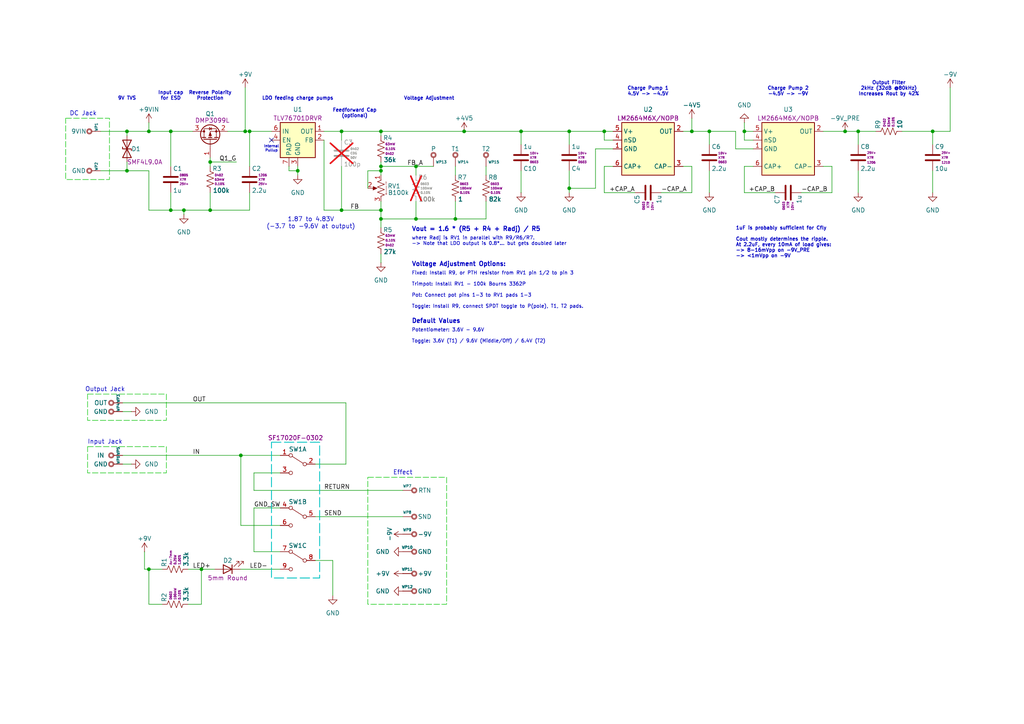
<source format=kicad_sch>
(kicad_sch (version 20250114) (generator "eeschema") (generator_version "9.0")
  (paper "A4")
  (rectangle (start 78.74 128.27) (end 92.71 167.64) (stroke (width 0.25) (type dash) (color 0 194 194 1)))
  (rectangle (start 25.4 129.54) (end 48.26 137.16) (stroke (width 0) (type dash) (color 0 194 0 1)))
  (rectangle (start 25.4 114.3) (end 48.26 121.92) (stroke (width 0) (type dash) (color 0 194 0 1)))
  (rectangle (start 19.05 34.29) (end 31.75 52.07) (stroke (width 0) (type dash) (color 0 194 0 1)))
  (rectangle (start 106.68 138.43) (end 129.54 175.26) (stroke (width 0) (type dash) (color 0 194 0 1)))
  (text "Default Values" (at 119.38 93.98 0) (effects (font (size 1.27 1.27) (thickness 0.254) (bold yes)) (justify left bottom)))
  (text "Voltage Adjustment" (at 124.46 29.21 0) (effects (font (size 1 1) (thickness 0.2) (bold yes)) (justify bottom)))
  (text "where Radj is RV1 in parallel with R9/R6/R7.\n-> Note that LDO output is 0.8*... but gets doubled later" (at 119.38 68.58 0) (effects (font (size 1 1)) (justify left top)))
  (text "Reverse Polarity\nProtection" (at 60.96 29.21 0) (effects (font (size 1 1) (thickness 0.2) (bold yes)) (justify bottom)))
  (text "Effect" (at 116.84 137.16 0) (effects (font (size 1.27 1.27))))
  (text "DC Jack" (at 24.13 33.02 0) (effects (font (size 1.27 1.27))))
  (text "Input cap\nfor ESD" (at 49.53 29.21 0) (effects (font (size 1 1) (thickness 0.2) (bold yes)) (justify bottom)))
  (text "Feedforward Cap\n(optional)" (at 102.87 34.29 0) (effects (font (size 1 1) (thickness 0.2) (bold yes)) (justify bottom)))
  (text "Voltage Adjustment Options:" (at 119.38 77.47 0) (effects (font (size 1.27 1.27) (thickness 0.254) (bold yes)) (justify left bottom)))
  (text "Fixed: Install R9, or PTH resistor from RV1 pin 1/2 to pin 3\n\nTrimpot: Install RV1 - 100k Bourns 3362P\n\nPot: Connect pot pins 1-3 to RV1 pads 1-3\n\nToggle: Install R9, connect SPDT toggle to P(pole), T1, T2 pads." (at 119.38 78.74 0) (effects (font (size 1 1)) (justify left top)))
  (text "Internal\nPullup" (at 78.74 43.18 0) (effects (font (size 0.75 0.75))))
  (text "9V TVS" (at 36.83 29.21 0) (effects (font (size 1 1) (thickness 0.2) (bold yes)) (justify bottom)))
  (text "1.87 to 4.83V\n(-3.7 to -9.6V at output)" (at 90.17 64.77 0) (effects (font (size 1.27 1.27))))
  (text "Vout = 1.6 * (R5 + R4 + Radj) / R5" (at 119.38 67.31 0) (effects (font (size 1.27 1.27) (thickness 0.254) (bold yes)) (justify left bottom)))
  (text "LDO feeding charge pumps" (at 86.36 29.21 0) (effects (font (size 1 1) (thickness 0.2) (bold yes)) (justify bottom)))
  (text "Charge Pump 1\n4.5V -> -4.5V" (at 187.96 27.94 0) (effects (font (size 1 1) (thickness 0.2) (bold yes)) (justify bottom)))
  (text "Output Filter\n2kHz (32dB @80kHz)\nIncreases Rout by 42%" (at 257.81 27.94 0) (effects (font (size 1 1) (thickness 0.2) (bold yes)) (justify bottom)))
  (text "Charge Pump 2\n-4.5V -> -9V" (at 228.6 27.94 0) (effects (font (size 1 1) (thickness 0.2) (bold yes)) (justify bottom)))
  (text "1uF is probably sufficient for Cfly\n\nCout mostly determines the ripple. \nAt 2.2uF, every 10mA of load gives:\n-> 8-16mVpp on -9V_PRE\n-> <1mVpp on -9V" (at 213.36 74.93 0) (effects (font (size 1 1) (thickness 0.2) (bold yes)) (justify left bottom)))
  (text "Potentiometer: 3.6V - 9.6V\n\nToggle: 3.6V (T1) / 9.6V (Middle/Off) / 6.4V (T2)" (at 119.38 95.25 0) (effects (font (size 1 1)) (justify left top)))
  (text "Output Jack" (at 30.48 113.03 0) (effects (font (size 1.27 1.27))))
  (text "Input Jack" (at 30.48 128.27 0) (effects (font (size 1.27 1.27))))
  (junction (at 132.08 63.5))
  (junction (at 245.11 38.1))
  (junction (at 205.74 38.1))
  (junction (at 151.13 38.1))
  (junction (at 110.49 48.26))
  (junction (at 53.34 60.96))
  (junction (at 110.49 49.53))
  (junction (at 43.18 38.1))
  (junction (at 270.51 38.1))
  (junction (at 58.42 165.1))
  (junction (at 71.12 38.1))
  (junction (at 120.65 48.26))
  (junction (at 110.49 63.5))
  (junction (at 49.53 60.96))
  (junction (at 60.96 60.96))
  (junction (at 60.96 46.99))
  (junction (at 49.53 38.1))
  (junction (at 200.66 38.1))
  (junction (at 175.26 38.1))
  (junction (at 99.06 38.1))
  (junction (at 72.39 38.1))
  (junction (at 134.62 38.1))
  (junction (at 86.36 49.53))
  (junction (at 36.83 38.1))
  (junction (at 43.18 165.1))
  (junction (at 215.9 38.1))
  (junction (at 165.1 38.1))
  (junction (at 110.49 60.96))
  (junction (at 248.92 38.1))
  (junction (at 165.1 54.61))
  (junction (at 120.65 63.5))
  (junction (at 110.49 38.1))
  (junction (at 36.83 49.53))
  (junction (at 99.06 60.96))
  (junction (at 69.85 132.08))
  (no_connect (at 78.74 40.64))
  (wire (pts (xy 205.74 41.91) (xy 205.74 38.1)))
  (wire (pts (xy 200.66 48.26) (xy 198.12 48.26)))
  (wire (pts (xy 175.26 40.64) (xy 175.26 38.1)))
  (wire (pts (xy 71.12 25.4) (xy 71.12 38.1)))
  (wire (pts (xy 93.98 38.1) (xy 99.06 38.1)))
  (wire (pts (xy 132.08 48.26) (xy 132.08 50.8)))
  (wire (pts (xy 60.96 45.72) (xy 60.96 46.99)))
  (wire (pts (xy 54.61 175.26) (xy 58.42 175.26)))
  (wire (pts (xy 41.91 165.1) (xy 43.18 165.1)))
  (wire (pts (xy 120.65 58.42) (xy 120.65 63.5)))
  (wire (pts (xy 43.18 49.53) (xy 43.18 60.96)))
  (wire (pts (xy 110.49 63.5) (xy 110.49 66.04)))
  (wire (pts (xy 125.73 48.26) (xy 120.65 48.26)))
  (wire (pts (xy 73.66 147.32) (xy 81.28 147.32)))
  (wire (pts (xy 241.3 48.26) (xy 241.3 55.88)))
  (wire (pts (xy 132.08 63.5) (xy 140.97 63.5)))
  (wire (pts (xy 46.99 175.26) (xy 43.18 175.26)))
  (wire (pts (xy 69.85 152.4) (xy 69.85 132.08)))
  (wire (pts (xy 73.66 160.02) (xy 73.66 147.32)))
  (wire (pts (xy 110.49 50.8) (xy 110.49 49.53)))
  (wire (pts (xy 81.28 152.4) (xy 69.85 152.4)))
  (wire (pts (xy 238.76 38.1) (xy 245.11 38.1)))
  (wire (pts (xy 58.42 175.26) (xy 58.42 165.1)))
  (wire (pts (xy 83.82 48.26) (xy 83.82 49.53)))
  (wire (pts (xy 49.53 38.1) (xy 55.88 38.1)))
  (wire (pts (xy 165.1 49.53) (xy 165.1 54.61)))
  (wire (pts (xy 175.26 48.26) (xy 175.26 55.88)))
  (wire (pts (xy 72.39 60.96) (xy 60.96 60.96)))
  (wire (pts (xy 53.34 60.96) (xy 53.34 62.23)))
  (wire (pts (xy 96.52 162.56) (xy 96.52 172.72)))
  (wire (pts (xy 35.56 132.08) (xy 69.85 132.08)))
  (wire (pts (xy 93.98 40.64) (xy 93.98 60.96)))
  (wire (pts (xy 43.18 38.1) (xy 49.53 38.1)))
  (wire (pts (xy 72.39 55.88) (xy 72.39 60.96)))
  (wire (pts (xy 41.91 160.02) (xy 41.91 165.1)))
  (wire (pts (xy 270.51 38.1) (xy 270.51 41.91)))
  (wire (pts (xy 165.1 41.91) (xy 165.1 38.1)))
  (wire (pts (xy 106.68 49.53) (xy 110.49 49.53)))
  (wire (pts (xy 215.9 40.64) (xy 215.9 38.1)))
  (wire (pts (xy 200.66 38.1) (xy 198.12 38.1)))
  (wire (pts (xy 29.21 49.53) (xy 36.83 49.53)))
  (wire (pts (xy 69.85 132.08) (xy 81.28 132.08)))
  (wire (pts (xy 120.65 48.26) (xy 110.49 48.26)))
  (wire (pts (xy 49.53 55.88) (xy 49.53 60.96)))
  (wire (pts (xy 270.51 49.53) (xy 270.51 55.88)))
  (wire (pts (xy 60.96 46.99) (xy 60.96 48.26)))
  (wire (pts (xy 81.28 160.02) (xy 73.66 160.02)))
  (wire (pts (xy 215.9 38.1) (xy 218.44 38.1)))
  (wire (pts (xy 110.49 60.96) (xy 110.49 63.5)))
  (wire (pts (xy 110.49 38.1) (xy 134.62 38.1)))
  (wire (pts (xy 184.15 55.88) (xy 175.26 55.88)))
  (wire (pts (xy 73.66 137.16) (xy 81.28 137.16)))
  (wire (pts (xy 165.1 54.61) (xy 165.1 55.88)))
  (wire (pts (xy 120.65 48.26) (xy 120.65 50.8)))
  (wire (pts (xy 99.06 38.1) (xy 99.06 40.64)))
  (wire (pts (xy 175.26 48.26) (xy 177.8 48.26)))
  (wire (pts (xy 35.56 116.84) (xy 100.33 116.84)))
  (wire (pts (xy 215.9 40.64) (xy 218.44 40.64)))
  (wire (pts (xy 200.66 48.26) (xy 200.66 55.88)))
  (wire (pts (xy 120.65 63.5) (xy 132.08 63.5)))
  (wire (pts (xy 248.92 38.1) (xy 254 38.1)))
  (wire (pts (xy 106.68 54.61) (xy 106.68 49.53)))
  (wire (pts (xy 116.84 142.24) (xy 73.66 142.24)))
  (wire (pts (xy 151.13 41.91) (xy 151.13 38.1)))
  (wire (pts (xy 275.59 38.1) (xy 270.51 38.1)))
  (wire (pts (xy 43.18 60.96) (xy 49.53 60.96)))
  (wire (pts (xy 205.74 38.1) (xy 213.36 38.1)))
  (wire (pts (xy 99.06 60.96) (xy 110.49 60.96)))
  (wire (pts (xy 140.97 58.42) (xy 140.97 63.5)))
  (wire (pts (xy 58.42 165.1) (xy 62.23 165.1)))
  (wire (pts (xy 72.39 38.1) (xy 72.39 48.26)))
  (wire (pts (xy 91.44 149.86) (xy 116.84 149.86)))
  (wire (pts (xy 215.9 48.26) (xy 215.9 55.88)))
  (wire (pts (xy 151.13 49.53) (xy 151.13 55.88)))
  (wire (pts (xy 151.13 38.1) (xy 165.1 38.1)))
  (wire (pts (xy 110.49 46.99) (xy 110.49 48.26)))
  (wire (pts (xy 213.36 43.18) (xy 218.44 43.18)))
  (wire (pts (xy 177.8 43.18) (xy 172.72 43.18)))
  (wire (pts (xy 248.92 38.1) (xy 248.92 41.91)))
  (wire (pts (xy 43.18 35.56) (xy 43.18 38.1)))
  (wire (pts (xy 248.92 49.53) (xy 248.92 55.88)))
  (wire (pts (xy 132.08 58.42) (xy 132.08 63.5)))
  (wire (pts (xy 275.59 25.4) (xy 275.59 38.1)))
  (wire (pts (xy 91.44 162.56) (xy 96.52 162.56)))
  (wire (pts (xy 110.49 38.1) (xy 110.49 39.37)))
  (wire (pts (xy 215.9 48.26) (xy 218.44 48.26)))
  (wire (pts (xy 140.97 48.26) (xy 140.97 50.8)))
  (wire (pts (xy 200.66 34.29) (xy 200.66 38.1)))
  (wire (pts (xy 35.56 134.62) (xy 38.1 134.62)))
  (wire (pts (xy 215.9 55.88) (xy 224.79 55.88)))
  (wire (pts (xy 245.11 38.1) (xy 248.92 38.1)))
  (wire (pts (xy 134.62 38.1) (xy 151.13 38.1)))
  (wire (pts (xy 36.83 38.1) (xy 43.18 38.1)))
  (wire (pts (xy 100.33 116.84) (xy 100.33 134.62)))
  (wire (pts (xy 69.85 165.1) (xy 81.28 165.1)))
  (wire (pts (xy 43.18 165.1) (xy 46.99 165.1)))
  (wire (pts (xy 53.34 60.96) (xy 60.96 60.96)))
  (wire (pts (xy 99.06 48.26) (xy 99.06 60.96)))
  (wire (pts (xy 110.49 63.5) (xy 120.65 63.5)))
  (wire (pts (xy 83.82 49.53) (xy 86.36 49.53)))
  (wire (pts (xy 165.1 38.1) (xy 175.26 38.1)))
  (wire (pts (xy 43.18 175.26) (xy 43.18 165.1)))
  (wire (pts (xy 36.83 49.53) (xy 43.18 49.53)))
  (wire (pts (xy 60.96 55.88) (xy 60.96 60.96)))
  (wire (pts (xy 66.04 38.1) (xy 71.12 38.1)))
  (wire (pts (xy 205.74 49.53) (xy 205.74 55.88)))
  (wire (pts (xy 177.8 40.64) (xy 175.26 40.64)))
  (wire (pts (xy 71.12 38.1) (xy 72.39 38.1)))
  (wire (pts (xy 241.3 48.26) (xy 238.76 48.26)))
  (wire (pts (xy 110.49 58.42) (xy 110.49 60.96)))
  (wire (pts (xy 110.49 48.26) (xy 110.49 49.53)))
  (wire (pts (xy 86.36 48.26) (xy 86.36 49.53)))
  (wire (pts (xy 86.36 49.53) (xy 86.36 50.8)))
  (wire (pts (xy 36.83 49.53) (xy 36.83 46.99)))
  (wire (pts (xy 29.21 38.1) (xy 36.83 38.1)))
  (wire (pts (xy 49.53 48.26) (xy 49.53 38.1)))
  (wire (pts (xy 200.66 38.1) (xy 205.74 38.1)))
  (wire (pts (xy 175.26 38.1) (xy 177.8 38.1)))
  (wire (pts (xy 100.33 134.62) (xy 91.44 134.62)))
  (wire (pts (xy 99.06 38.1) (xy 110.49 38.1)))
  (wire (pts (xy 110.49 73.66) (xy 110.49 76.2)))
  (wire (pts (xy 38.1 119.38) (xy 35.56 119.38)))
  (wire (pts (xy 213.36 38.1) (xy 213.36 43.18)))
  (wire (pts (xy 54.61 165.1) (xy 58.42 165.1)))
  (wire (pts (xy 93.98 60.96) (xy 99.06 60.96)))
  (wire (pts (xy 36.83 39.37) (xy 36.83 38.1)))
  (wire (pts (xy 73.66 142.24) (xy 73.66 137.16)))
  (wire (pts (xy 191.77 55.88) (xy 200.66 55.88)))
  (wire (pts (xy 232.41 55.88) (xy 241.3 55.88)))
  (wire (pts (xy 60.96 46.99) (xy 68.58 46.99)))
  (wire (pts (xy 172.72 43.18) (xy 172.72 54.61)))
  (wire (pts (xy 72.39 38.1) (xy 78.74 38.1)))
  (wire (pts (xy 215.9 35.56) (xy 215.9 38.1)))
  (wire (pts (xy 261.62 38.1) (xy 270.51 38.1)))
  (wire (pts (xy 172.72 54.61) (xy 165.1 54.61)))
  (wire (pts (xy 49.53 60.96) (xy 53.34 60.96)))
  (label "FB_A" (at 118.11 48.26 0))
  (label "+CAP_B" (at 224.79 55.88 180))
  (label "LED+" (at 55.88 165.1 0))
  (label "LED-" (at 72.39 165.1 0))
  (label "OUT" (at 55.88 116.84 0))
  (label "RETURN" (at 93.98 142.24 0))
  (label "FB" (at 101.6 60.96 0))
  (label "-CAP_B" (at 232.41 55.88 0))
  (label "GND_SW" (at 73.66 147.32 0))
  (label "IN" (at 55.88 132.08 0))
  (label "Q1_G" (at 68.58 46.99 180))
  (label "-CAP_A" (at 191.77 55.88 0))
  (label "SEND" (at 93.98 149.86 0))
  (label "+CAP_A" (at 184.15 55.88 180))
  (symbol (lib_id "#gplm:tvs/TVS-1001-09B0") (at 36.83 43.18 270) (unit 1)
    (property "Reference" "D1" (at 38.1 43.18 90) (effects (justify left)))
    (property "Value" "SMF4L9.0A" (effects (hide yes)))
    (property "Footprint" "Diode_SMD:D_SOD-123F" (effects (hide yes)))
    (property "Datasheet" "https://www.littelfuse.com/assetdocs/tvs-diodes-smf4l-datasheet?assetguid=d2ba8fab-1de3-4176-8530-f36ecb0b8799" (effects (hide yes)))
    (property "Description" "TVS DIODE 9VWM 15.4VC SOD123F" (effects (hide yes)))
    (property "IPN" "TVS-1001-09B0" (effects (hide yes)))
    (property "Manufacturer" "Littelfuse Inc." (effects (hide yes)))
    (property "MPN" "SMF4L9.0A" (at 36.83 46.99 90) (effects (justify left)))
  )
  (symbol (lib_id "#gplm:art/ART-1001-0P95") (at 132.08 48.26 0) (unit 1) (in_bom no)
    (property "Reference" "WP14" (at 132.715 46.99 0) (effects (font (size 0.762 0.762)) (justify left)))
    (property "Value" "T1" (at 132.08 43.18 0))
    (property "Footprint" "g-art:WirePad_H0.95mm_22-24AWG" (effects (hide yes)))
    (property "Description" "Wire pad, TH, 0.95mm hole, for 22-24AWG" (effects (hide yes)))
    (property "IPN" "ART-1001-0P95" (effects (hide yes)))
  )
  (symbol (lib_id "#gplm:cap/CAP-4112-010U") (at 270.51 45.72 0) (unit 1)
    (property "Reference" "C9" (at 271.145 42.545 0) (effects (justify left)))
    (property "Value" "10u" (at 271.145 48.895 0) (effects (justify left)))
    (property "Footprint" "Capacitor_SMD:C_1210_3225Metric" (effects (hide yes)))
    (property "Datasheet" "https://content.kemet.com/datasheets/KEM_C1002_X7R_SMD.pdf" (effects (hide yes)))
    (property "Description" "CAP SMD 10uF 1210 25V+ X7R" (effects (hide yes)))
    (property "IPN" "CAP-4112-010U" (effects (hide yes)))
    (property "Manufacturer" "Kemet" (effects (hide yes)))
    (property "MPN" "C1210C106K3RACTU" (effects (hide yes)))
    (property "Capacitance" "10u" (effects (hide yes)))
    (property "Voltage" "25V+" (at 273.05 44.3174 0) (effects (font (size 0.635 0.635)) (justify left)))
    (property "Material" "X7R" (at 273.05 45.72 0) (effects (font (size 0.635 0.635)) (justify left)))
    (property "Tolerance" "10%" (effects (hide yes)))
    (property "Package/Case" "1210" (at 273.05 47.1226 0) (effects (font (size 0.635 0.635)) (justify left)))
  )
  (symbol (lib_id "#gplm:art/ART-1001-0P95") (at 35.56 119.38 90) (unit 1) (in_bom no)
    (property "Reference" "WP4" (at 34.29 118.11 0) (effects (font (size 0.762 0.762))))
    (property "Value" "GND" (at 29.21 119.38 90))
    (property "Footprint" "g-art:WirePad_H0.95mm_22-24AWG" (effects (hide yes)))
    (property "Description" "Wire pad, TH, 0.95mm hole, for 22-24AWG" (effects (hide yes)))
    (property "IPN" "ART-1001-0P95" (effects (hide yes)))
  )
  (symbol (lib_id "#gplm:art/ART-1001-0P95") (at 29.21 49.53 90) (unit 1) (in_bom no)
    (property "Reference" "WP2" (at 27.94 48.26 0) (effects (font (size 0.762 0.762))))
    (property "Value" "GND" (at 22.86 49.53 90))
    (property "Footprint" "g-art:WirePad_H0.95mm_22-24AWG" (effects (hide yes)))
    (property "Description" "Wire pad, TH, 0.95mm hole, for 22-24AWG" (effects (hide yes)))
    (property "IPN" "ART-1001-0P95" (effects (hide yes)))
  )
  (symbol (lib_id "power:GND") (at 151.13 55.88 0) (unit 1)
    (property "Reference" "#PWR023" (effects (hide yes)))
    (property "Value" "GND" (at 151.13 60.96 0))
    (property "Description" "Power symbol creates a global label with name \"GND\" , ground" (effects (hide yes)))
  )
  (symbol (lib_id "#gplm:res/RES-2002-100K") (at 60.96 52.07 0) (unit 1)
    (property "Reference" "R3" (at 61.595 48.895 0) (effects (justify left)))
    (property "Value" "100k" (at 61.595 55.245 0) (effects (font (thickness 0.254) (bold yes)) (justify left)))
    (property "Footprint" "Resistor_SMD:R_0402_1005Metric" (effects (hide yes)))
    (property "Datasheet" "https://www.yageo.com/upload/media/product/app/datasheet/rchip/pyu-rt_1-to-0.01_rohs_l.pdf" (effects (hide yes)))
    (property "Description" "RES SMD 0402 100 KOHM 63mW Thin Film" (effects (hide yes)))
    (property "IPN" "RES-2002-100K" (effects (hide yes)))
    (property "Manufacturer" "Yageo" (effects (hide yes)))
    (property "MPN" "RT0402BRD07100KL" (effects (hide yes)))
    (property "Resistance" "100k" (effects (hide yes)))
    (property "Power" "63mW" (at 62.23 52.07 0) (effects (font (size 0.635 0.635)) (justify left)))
    (property "Tolerance" "0.10%" (at 62.23 53.34 0) (effects (font (size 0.635 0.635)) (justify left)))
    (property "Package/Case" "0402" (at 62.23 50.8 0) (effects (font (size 0.635 0.635)) (justify left)))
    (property "Voltage" "50V" (effects (hide yes)))
    (property "Composition" "Thin Film" (effects (hide yes)))
    (property "Temp Coefficient" "25ppm" (effects (hide yes)))
    (property "Height" "0.35mm" (effects (hide yes)))
  )
  (symbol (lib_id "#gplm:res/RES-2002-010R") (at 257.81 38.1 90) (unit 1)
    (property "Reference" "R9" (at 254.635 37.465 0) (effects (justify left)))
    (property "Value" "10" (at 260.985 37.465 0) (effects (font (thickness 0.254) (bold yes)) (justify left)))
    (property "Footprint" "Resistor_SMD:R_0402_1005Metric" (effects (hide yes)))
    (property "Datasheet" "https://www.yageo.com/upload/media/product/app/datasheet/rchip/pyu-rt_1-to-0.01_rohs_l.pdf" (effects (hide yes)))
    (property "Description" "RES SMD 0402 10 OHM 63mW Thin Film" (effects (hide yes)))
    (property "IPN" "RES-2002-010R" (effects (hide yes)))
    (property "Manufacturer" "Yageo" (effects (hide yes)))
    (property "MPN" "RT0402BRD0710RL" (effects (hide yes)))
    (property "Resistance" "10" (effects (hide yes)))
    (property "Power" "63mW" (at 257.81 36.83 0) (effects (font (size 0.635 0.635)) (justify left)))
    (property "Tolerance" "0.10%" (at 259.08 36.83 0) (effects (font (size 0.635 0.635)) (justify left)))
    (property "Package/Case" "0402" (at 256.54 36.83 0) (effects (font (size 0.635 0.635)) (justify left)))
    (property "Voltage" "50V" (effects (hide yes)))
    (property "Composition" "Thin Film" (effects (hide yes)))
    (property "Temp Coefficient" "25ppm" (effects (hide yes)))
    (property "Height" "0.35mm" (effects (hide yes)))
  )
  (symbol (lib_id "power:+9V") (at 134.62 38.1 0) (unit 1)
    (property "Reference" "#PWR012" (effects (hide yes)))
    (property "Value" "+4V5" (at 134.62 34.29 0))
    (property "Description" "Power symbol creates a global label with name \"+9V\"" (effects (hide yes)))
  )
  (symbol (lib_id "#gplm:res/RES-2001-100K") (at 120.65 54.61 0) (unit 1) (dnp yes)
    (property "Reference" "R6" (at 121.285 51.435 0) (effects (justify left)))
    (property "Value" "100k" (at 121.285 57.785 0) (effects (font (thickness 0.254) (bold yes)) (justify left)))
    (property "Footprint" "Resistor_SMD:R_0603_1608Metric" (effects (hide yes)))
    (property "Datasheet" "https://www.yageo.com/upload/media/product/app/datasheet/rchip/pyu-rt_1-to-0.01_rohs_l.pdf" (effects (hide yes)))
    (property "Description" "RES SMD 0603 100 KOHM 100mW Thin Film" (effects (hide yes)))
    (property "IPN" "RES-2001-100K" (effects (hide yes)))
    (property "Manufacturer" "Yageo" (effects (hide yes)))
    (property "MPN" "RT0603BRD07100KL" (effects (hide yes)))
    (property "Resistance" "100k" (effects (hide yes)))
    (property "Power" "100mW" (at 121.92 54.61 0) (effects (font (size 0.635 0.635)) (justify left)))
    (property "Tolerance" "0.10%" (at 121.92 55.88 0) (effects (font (size 0.635 0.635)) (justify left)))
    (property "Package/Case" "0603" (at 121.92 53.34 0) (effects (font (size 0.635 0.635)) (justify left)))
    (property "Voltage" "75V" (effects (hide yes)))
    (property "Composition" "Thin Film" (effects (hide yes)))
    (property "Temp Coefficient" "25ppm" (effects (hide yes)))
    (property "Height" "0.55mm" (effects (hide yes)))
  )
  (symbol (lib_id "power:GND") (at 116.84 160.02 270) (unit 1)
    (property "Reference" "#PWR09" (effects (hide yes)))
    (property "Value" "GND" (at 113.03 160.0199 90) (effects (justify right)))
    (property "Description" "Power symbol creates a global label with name \"GND\" , ground" (effects (hide yes)))
  )
  (symbol (lib_id "#gplm:pot/POT-5003-B104") (at 110.49 54.61 0) (mirror y) (unit 1)
    (property "Reference" "RV1" (at 114.3 53.975 0))
    (property "Value" "B100k" (at 115.57 55.88 0))
    (property "Footprint" "g-pot:Potentiometer_Bourns_3362P_Vertical" (effects (hide yes)))
    (property "Datasheet" "https://www.bourns.com/docs/Product-Datasheets/3362.pdf" (effects (hide yes)))
    (property "Description" "POT TRIM LINEAR PTH 1-TURN TOP-ADJ 100K" (effects (hide yes)))
    (property "IPN" "POT-5003-B104" (effects (hide yes)))
    (property "Manufacturer" "Bourns" (effects (hide yes)))
    (property "MPN" "3362P-1-104LF" (effects (hide yes)))
    (property "Resistance" "100k" (effects (hide yes)))
    (property "Taper" "Linear" (effects (hide yes)))
    (property "Type" "Trim" (effects (hide yes)))
    (property "Turns" "1" (effects (hide yes)))
    (property "Gangs" "1" (effects (hide yes)))
    (property "Switch" "None" (effects (hide yes)))
    (property "Switch Type" "N/A" (effects (hide yes)))
    (property "Mounting" "PTH" (effects (hide yes)))
    (property "Adjustment" "Top" (effects (hide yes)))
  )
  (symbol (lib_id "power:+9V") (at 116.84 154.94 90) (unit 1)
    (property "Reference" "#PWR022" (effects (hide yes)))
    (property "Value" "-9V" (at 113.03 154.94 0))
    (property "Description" "Power symbol creates a global label with name \"+9V\"" (effects (hide yes)))
  )
  (symbol (lib_id "power:GND") (at 38.1 134.62 90) (unit 1)
    (property "Reference" "#PWR02" (effects (hide yes)))
    (property "Value" "GND" (at 41.91 134.6199 90) (effects (justify right)))
    (property "Description" "Power symbol creates a global label with name \"GND\" , ground" (effects (hide yes)))
  )
  (symbol (lib_id "power:+9V") (at 71.12 25.4 0) (unit 1)
    (property "Reference" "#PWR05" (effects (hide yes)))
    (property "Value" "+9V" (at 71.12 21.59 0))
    (property "Description" "Power symbol creates a global label with name \"+9V\"" (effects (hide yes)))
  )
  (symbol (lib_id "power:+9V") (at 41.91 160.02 0) (unit 1)
    (property "Reference" "#PWR03" (effects (hide yes)))
    (property "Value" "+9V" (at 41.91 156.21 0))
    (property "Description" "Power symbol creates a global label with name \"+9V\"" (effects (hide yes)))
  )
  (symbol (lib_id "#gplm:cap/CAP-4107-001U") (at 165.1 45.72 0) (mirror x) (unit 1)
    (property "Reference" "C4" (at 165.735 48.895 0) (effects (justify left)))
    (property "Value" "1u" (at 165.735 42.545 0) (effects (justify left)))
    (property "Footprint" "Capacitor_SMD:C_0603_1608Metric" (effects (hide yes)))
    (property "Datasheet" "https://content.kemet.com/datasheets/KEM_C1002_X7R_SMD.pdf" (effects (hide yes)))
    (property "Description" "CAP SMD 1uF 0603 10V+ X7R" (effects (hide yes)))
    (property "IPN" "CAP-4107-001U" (effects (hide yes)))
    (property "Manufacturer" "Kemet" (effects (hide yes)))
    (property "MPN" "C0603C105K8RACTU" (effects (hide yes)))
    (property "Capacitance" "1u" (effects (hide yes)))
    (property "Voltage" "10V+" (at 167.64 44.45 0) (effects (font (size 0.635 0.635)) (justify left)))
    (property "Material" "X7R" (at 167.64 45.72 0) (effects (font (size 0.635 0.635)) (justify left)))
    (property "Tolerance" "10%" (effects (hide yes)))
    (property "Package/Case" "0603" (at 167.64 46.99 0) (effects (font (size 0.635 0.635)) (justify left)))
  )
  (symbol (lib_id "power:GND") (at 205.74 55.88 0) (unit 1)
    (property "Reference" "#PWR015" (effects (hide yes)))
    (property "Value" "GND" (at 205.74 60.96 0))
    (property "Description" "Power symbol creates a global label with name \"GND\" , ground" (effects (hide yes)))
  )
  (symbol (lib_id "#gplm:res/RES-2001-001R") (at 132.08 54.61 0) (unit 1)
    (property "Reference" "R7" (at 132.715 51.435 0) (effects (justify left)))
    (property "Value" "1" (at 132.715 57.785 0) (effects (font (thickness 0.254) (bold yes)) (justify left)))
    (property "Footprint" "Resistor_SMD:R_0603_1608Metric" (effects (hide yes)))
    (property "Datasheet" "https://www.yageo.com/upload/media/product/app/datasheet/rchip/pyu-rt_1-to-0.01_rohs_l.pdf" (effects (hide yes)))
    (property "Description" "RES SMD 0603 1 OHM 100mW Thin Film" (effects (hide yes)))
    (property "IPN" "RES-2001-001R" (effects (hide yes)))
    (property "Manufacturer" "Yageo" (effects (hide yes)))
    (property "MPN" "RT0603BRD071RL" (effects (hide yes)))
    (property "Resistance" "1" (effects (hide yes)))
    (property "Power" "100mW" (at 133.35 54.61 0) (effects (font (size 0.635 0.635)) (justify left)))
    (property "Tolerance" "0.10%" (at 133.35 55.88 0) (effects (font (size 0.635 0.635)) (justify left)))
    (property "Package/Case" "0603" (at 133.35 53.34 0) (effects (font (size 0.635 0.635)) (justify left)))
    (property "Voltage" "75V" (effects (hide yes)))
    (property "Composition" "Thin Film" (effects (hide yes)))
    (property "Temp Coefficient" "25ppm" (effects (hide yes)))
    (property "Height" "0.55mm" (effects (hide yes)))
  )
  (symbol (lib_id "#gplm:cap/CAP-4001-0101") (at 99.06 44.45 0) (unit 1) (dnp yes)
    (property "Reference" "C3" (at 99.695 41.275 0) (effects (justify left)))
    (property "Value" "100p" (at 99.695 47.625 0) (effects (justify left)))
    (property "Footprint" "Capacitor_SMD:C_0402_1005Metric" (effects (hide yes)))
    (property "Datasheet" "https://www.murata.com/en-us/products/productdetail?partno=GRM1555C1H101GA01D%23" (effects (hide yes)))
    (property "Description" "CAP SMD 100p 0402 50V C0G +/-2%" (effects (hide yes)))
    (property "IPN" "CAP-4001-0101" (effects (hide yes)))
    (property "Manufacturer" "Murata" (effects (hide yes)))
    (property "MPN" "GRM1555C1H101GA01D" (effects (hide yes)))
    (property "Capacitance" "100p" (effects (hide yes)))
    (property "Voltage" "50V" (at 101.6 45.72 0) (effects (font (size 0.635 0.635)) (justify left)))
    (property "Material" "C0G" (at 101.6 44.45 0) (effects (font (size 0.635 0.635)) (justify left)))
    (property "Tolerance" "+/-2%" (effects (hide yes)))
    (property "Package/Case" "0402" (at 101.6 43.18 0) (effects (font (size 0.635 0.635)) (justify left)))
  )
  (symbol (lib_id "#gplm:reg/REG-1006-0001") (at 187.96 43.18 0) (unit 1)
    (property "Reference" "U2" (at 187.96 31.75 0))
    (property "Value" "LM2664M6X/NOPB" (effects (hide yes)))
    (property "Footprint" "Package_TO_SOT_SMD:SOT-23-6" (effects (hide yes)))
    (property "Datasheet" "https://www.ti.com/lit/ds/symlink/lm2664.pdf?HQS=dis-dk-null-digikeymode-dsf-pf-null-wwe&ts=1746819818644&ref_url=https%253A%252F%252Fwww.ti.com%252Fgeneral%252Fdocs%252Fsuppproductinfo.tsp%253FdistId%253D10%2526gotoUrl%253Dhttps%253A%252F%252Fwww.ti.com%252Flit%252Fgpn%252Flm2664" (effects (hide yes)))
    (property "Description" "Charge Pump, 1.8-5.5Vin, 80kHz Fsw, 40mA, SOT23-6" (effects (hide yes)))
    (property "IPN" "REG-1006-0001" (effects (hide yes)))
    (property "Manufacturer" "TI" (effects (hide yes)))
    (property "MPN" "LM2664M6X/NOPB" (at 187.96 34.29 0))
    (property "Voltage" "Ratiometric" (effects (hide yes)))
    (property "Current" "40mA" (effects (hide yes)))
  )
  (symbol (lib_id "#gplm:res/RES-2001-082K") (at 140.97 54.61 0) (unit 1)
    (property "Reference" "R8" (at 141.605 51.435 0) (effects (justify left)))
    (property "Value" "82k" (at 141.605 57.785 0) (effects (font (thickness 0.254) (bold yes)) (justify left)))
    (property "Footprint" "Resistor_SMD:R_0603_1608Metric" (effects (hide yes)))
    (property "Datasheet" "https://www.yageo.com/upload/media/product/app/datasheet/rchip/pyu-rt_1-to-0.01_rohs_l.pdf" (effects (hide yes)))
    (property "Description" "RES SMD 0603 82 KOHM 100mW Thin Film" (effects (hide yes)))
    (property "IPN" "RES-2001-082K" (effects (hide yes)))
    (property "Manufacturer" "Yageo" (effects (hide yes)))
    (property "MPN" "RT0603BRD0782KL" (effects (hide yes)))
    (property "Resistance" "82k" (effects (hide yes)))
    (property "Power" "100mW" (at 142.24 54.61 0) (effects (font (size 0.635 0.635)) (justify left)))
    (property "Tolerance" "0.10%" (at 142.24 55.88 0) (effects (font (size 0.635 0.635)) (justify left)))
    (property "Package/Case" "0603" (at 142.24 53.34 0) (effects (font (size 0.635 0.635)) (justify left)))
    (property "Voltage" "75V" (effects (hide yes)))
    (property "Composition" "Thin Film" (effects (hide yes)))
    (property "Temp Coefficient" "25ppm" (effects (hide yes)))
    (property "Height" "0.55mm" (effects (hide yes)))
  )
  (symbol (lib_id "power:GND") (at 96.52 172.72 0) (unit 1)
    (property "Reference" "#PWR07" (effects (hide yes)))
    (property "Value" "GND" (at 96.52 177.8 0))
    (property "Description" "Power symbol creates a global label with name \"GND\" , ground" (effects (hide yes)))
  )
  (symbol (lib_id "power:+9V") (at 200.66 34.29 0) (unit 1)
    (property "Reference" "#PWR014" (effects (hide yes)))
    (property "Value" "-4V5" (at 200.66 30.48 0))
    (property "Description" "Power symbol creates a global label with name \"+9V\"" (effects (hide yes)))
  )
  (symbol (lib_id "#gplm:art/ART-1001-0P95") (at 116.84 154.94 270) (mirror x) (unit 1) (in_bom no)
    (property "Reference" "WP9" (at 118.11 153.67 90) (effects (font (size 0.762 0.762))))
    (property "Value" "-9V" (at 123.19 154.94 90))
    (property "Footprint" "g-art:WirePad_H0.95mm_22-24AWG" (effects (hide yes)))
    (property "Description" "Wire pad, TH, 0.95mm hole, for 22-24AWG" (effects (hide yes)))
    (property "IPN" "ART-1001-0P95" (effects (hide yes)))
  )
  (symbol (lib_id "#gplm:art/ART-1001-0P95") (at 125.73 48.26 0) (unit 1) (in_bom no)
    (property "Reference" "WP13" (at 126.365 46.99 0) (effects (font (size 0.762 0.762)) (justify left)))
    (property "Value" "P" (at 125.73 43.18 0))
    (property "Footprint" "g-art:WirePad_H0.95mm_22-24AWG" (effects (hide yes)))
    (property "Description" "Wire pad, TH, 0.95mm hole, for 22-24AWG" (effects (hide yes)))
    (property "IPN" "ART-1001-0P95" (effects (hide yes)))
  )
  (symbol (lib_id "power:GND") (at 86.36 50.8 0) (unit 1)
    (property "Reference" "#PWR06" (effects (hide yes)))
    (property "Value" "GND" (at 86.36 55.88 0))
    (property "Description" "Power symbol creates a global label with name \"GND\" , ground" (effects (hide yes)))
  )
  (symbol (lib_id "#gplm:art/ART-1001-0P95") (at 35.56 132.08 90) (unit 1) (in_bom no)
    (property "Reference" "WP5" (at 34.29 130.81 0) (effects (font (size 0.762 0.762))))
    (property "Value" "IN" (at 29.21 132.08 90))
    (property "Footprint" "g-art:WirePad_H0.95mm_22-24AWG" (effects (hide yes)))
    (property "Description" "Wire pad, TH, 0.95mm hole, for 22-24AWG" (effects (hide yes)))
    (property "IPN" "ART-1001-0P95" (effects (hide yes)))
  )
  (symbol (lib_id "#gplm:cap/CAP-4107-001U") (at 187.96 55.88 90) (mirror x) (unit 1)
    (property "Reference" "C5" (at 184.785 56.515 0) (effects (justify left)))
    (property "Value" "1u" (at 191.135 56.515 0) (effects (justify left)))
    (property "Footprint" "Capacitor_SMD:C_0603_1608Metric" (effects (hide yes)))
    (property "Datasheet" "https://content.kemet.com/datasheets/KEM_C1002_X7R_SMD.pdf" (effects (hide yes)))
    (property "Description" "CAP SMD 1uF 0603 10V+ X7R" (effects (hide yes)))
    (property "IPN" "CAP-4107-001U" (effects (hide yes)))
    (property "Manufacturer" "Kemet" (effects (hide yes)))
    (property "MPN" "C0603C105K8RACTU" (effects (hide yes)))
    (property "Capacitance" "1u" (effects (hide yes)))
    (property "Voltage" "10V+" (at 189.23 58.42 0) (effects (font (size 0.635 0.635)) (justify left)))
    (property "Material" "X7R" (at 187.96 58.42 0) (effects (font (size 0.635 0.635)) (justify left)))
    (property "Tolerance" "10%" (effects (hide yes)))
    (property "Package/Case" "0603" (at 186.69 58.42 0) (effects (font (size 0.635 0.635)) (justify left)))
  )
  (symbol (lib_id "power:GND") (at 53.34 62.23 0) (unit 1)
    (property "Reference" "#PWR04" (effects (hide yes)))
    (property "Value" "GND" (at 53.34 67.31 0))
    (property "Description" "Power symbol creates a global label with name \"GND\" , ground" (effects (hide yes)))
  )
  (symbol (lib_id "#gplm:led/LED-2000-0000") (at 66.04 165.1 180) (unit 1)
    (property "Reference" "D2" (at 66.04 162.56 0))
    (property "Value" "LED_PTH" (effects (hide yes)))
    (property "Footprint" "g-dio:LED_D5.0mm_Standoff" (effects (hide yes)))
    (property "Description" "Light emitting diode" (effects (hide yes)))
    (property "Sim.Pins" "1=K 2=A" (effects (hide yes)))
    (property "IPN" "LED-2000-0000" (effects (hide yes)))
    (property "Package/Case" "5mm Round" (at 66.04 167.64 0))
  )
  (symbol (lib_id "power:GND") (at 116.84 171.45 270) (unit 1)
    (property "Reference" "#PWR011" (effects (hide yes)))
    (property "Value" "GND" (at 113.03 171.4499 90) (effects (justify right)))
    (property "Description" "Power symbol creates a global label with name \"GND\" , ground" (effects (hide yes)))
  )
  (symbol (lib_id "#gplm:cap/CAP-4107-001U") (at 151.13 45.72 0) (mirror x) (unit 1)
    (property "Reference" "C10" (at 151.765 48.895 0) (effects (justify left)))
    (property "Value" "1u" (at 151.765 42.545 0) (effects (justify left)))
    (property "Footprint" "Capacitor_SMD:C_0603_1608Metric" (effects (hide yes)))
    (property "Datasheet" "https://content.kemet.com/datasheets/KEM_C1002_X7R_SMD.pdf" (effects (hide yes)))
    (property "Description" "CAP SMD 1uF 0603 10V+ X7R" (effects (hide yes)))
    (property "IPN" "CAP-4107-001U" (effects (hide yes)))
    (property "Manufacturer" "Kemet" (effects (hide yes)))
    (property "MPN" "C0603C105K8RACTU" (effects (hide yes)))
    (property "Capacitance" "1u" (effects (hide yes)))
    (property "Voltage" "10V+" (at 153.67 44.45 0) (effects (font (size 0.635 0.635)) (justify left)))
    (property "Material" "X7R" (at 153.67 45.72 0) (effects (font (size 0.635 0.635)) (justify left)))
    (property "Tolerance" "10%" (effects (hide yes)))
    (property "Package/Case" "0603" (at 153.67 46.99 0) (effects (font (size 0.635 0.635)) (justify left)))
  )
  (symbol (lib_id "#gplm:art/ART-1001-0P95") (at 140.97 48.26 0) (unit 1) (in_bom no)
    (property "Reference" "WP15" (at 141.605 46.99 0) (effects (font (size 0.762 0.762)) (justify left)))
    (property "Value" "T2" (at 140.97 43.18 0))
    (property "Footprint" "g-art:WirePad_H0.95mm_22-24AWG" (effects (hide yes)))
    (property "Description" "Wire pad, TH, 0.95mm hole, for 22-24AWG" (effects (hide yes)))
    (property "IPN" "ART-1001-0P95" (effects (hide yes)))
  )
  (symbol (lib_id "#gplm:cap/CAP-4106-02U2") (at 72.39 52.07 0) (unit 1)
    (property "Reference" "C2" (at 73.025 48.895 0) (effects (justify left)))
    (property "Value" "2.2u" (at 73.025 55.245 0) (effects (justify left)))
    (property "Footprint" "Capacitor_SMD:C_1206_3216Metric" (effects (hide yes)))
    (property "Datasheet" "https://content.kemet.com/datasheets/KEM_C1002_X7R_SMD.pdf" (effects (hide yes)))
    (property "Description" "CAP SMD 2.2uF 1206 25V+ X7R" (effects (hide yes)))
    (property "IPN" "CAP-4106-02U2" (effects (hide yes)))
    (property "Manufacturer" "Kemet" (effects (hide yes)))
    (property "MPN" "C1206C225K3RACTU" (effects (hide yes)))
    (property "Capacitance" "2.2u" (effects (hide yes)))
    (property "Voltage" "25V+" (at 74.93 53.34 0) (effects (font (size 0.635 0.635)) (justify left)))
    (property "Material" "X7R" (at 74.93 52.07 0) (effects (font (size 0.635 0.635)) (justify left)))
    (property "Tolerance" "10%" (effects (hide yes)))
    (property "Package/Case" "1206" (at 74.93 50.8 0) (effects (font (size 0.635 0.635)) (justify left)))
  )
  (symbol (lib_id "#gplm:res/RES-2002-036K") (at 110.49 43.18 0) (unit 1)
    (property "Reference" "R4" (at 111.125 40.005 0) (effects (justify left)))
    (property "Value" "36k" (at 111.125 46.355 0) (effects (font (thickness 0.254) (bold yes)) (justify left)))
    (property "Footprint" "Resistor_SMD:R_0402_1005Metric" (effects (hide yes)))
    (property "Datasheet" "https://www.yageo.com/upload/media/product/app/datasheet/rchip/pyu-rt_1-to-0.01_rohs_l.pdf" (effects (hide yes)))
    (property "Description" "RES SMD 0402 36 KOHM 63mW Thin Film" (effects (hide yes)))
    (property "IPN" "RES-2002-036K" (effects (hide yes)))
    (property "Manufacturer" "Yageo" (effects (hide yes)))
    (property "MPN" "RT0402BRD0736KL" (effects (hide yes)))
    (property "Resistance" "36k" (effects (hide yes)))
    (property "Power" "63mW" (at 111.76 41.7774 0) (effects (font (size 0.635 0.635)) (justify left)))
    (property "Tolerance" "0.10%" (at 111.76 43.18 0) (effects (font (size 0.635 0.635)) (justify left)))
    (property "Package/Case" "0402" (at 111.76 44.5826 0) (effects (font (size 0.635 0.635)) (justify left)))
    (property "Voltage" "50V" (effects (hide yes)))
    (property "Composition" "Thin Film" (effects (hide yes)))
    (property "Temp Coefficient" "25ppm" (effects (hide yes)))
    (property "Height" "0.35mm" (effects (hide yes)))
  )
  (symbol (lib_id "#gplm:res/RES-2002-027K") (at 110.49 69.85 0) (unit 1)
    (property "Reference" "R5" (at 111.125 66.675 0) (effects (justify left)))
    (property "Value" "27k" (at 111.125 73.025 0) (effects (font (thickness 0.254) (bold yes)) (justify left)))
    (property "Footprint" "Resistor_SMD:R_0402_1005Metric" (effects (hide yes)))
    (property "Datasheet" "https://www.yageo.com/upload/media/product/app/datasheet/rchip/pyu-rt_1-to-0.01_rohs_l.pdf" (effects (hide yes)))
    (property "Description" "RES SMD 0402 27 KOHM 63mW Thin Film" (effects (hide yes)))
    (property "IPN" "RES-2002-027K" (effects (hide yes)))
    (property "Manufacturer" "Yageo" (effects (hide yes)))
    (property "MPN" "RT0402BRD0727KL" (effects (hide yes)))
    (property "Resistance" "27k" (effects (hide yes)))
    (property "Power" "63mW" (at 111.76 68.3148 0) (effects (font (size 0.635 0.635)) (justify left)))
    (property "Tolerance" "0.10%" (at 111.76 69.7174 0) (effects (font (size 0.635 0.635)) (justify left)))
    (property "Package/Case" "0402" (at 111.76 71.12 0) (effects (font (size 0.635 0.635)) (justify left)))
    (property "Voltage" "50V" (effects (hide yes)))
    (property "Composition" "Thin Film" (effects (hide yes)))
    (property "Temp Coefficient" "25ppm" (effects (hide yes)))
    (property "Height" "0.35mm" (effects (hide yes)))
  )
  (symbol (lib_id "#gplm:fet/XTR-1001-0001") (at 60.96 40.64 90) (unit 1)
    (property "Reference" "Q1" (at 60.96 33.02 90))
    (property "Value" "DMP3099L" (effects (hide yes)))
    (property "Footprint" "Package_TO_SOT_SMD:SOT-23" (effects (hide yes)))
    (property "Datasheet" "https://www.diodes.com/assets/Datasheets/DMP3099L.pdf" (effects (hide yes)))
    (property "Description" "MOSFET P-CH 30V 3.8A SOT23" (effects (hide yes)))
    (property "IPN" "XTR-1001-0001" (effects (hide yes)))
    (property "Manufacturer" "Diodes" (effects (hide yes)))
    (property "MPN" "DMP3099L" (at 61.595 34.925 90))
  )
  (symbol (lib_id "#gplm:art/ART-1001-0P95") (at 29.21 38.1 90) (unit 1) (in_bom no)
    (property "Reference" "WP1" (at 27.94 36.83 0) (effects (font (size 0.762 0.762))))
    (property "Value" "9VIN" (at 22.86 38.1 90))
    (property "Footprint" "g-art:WirePad_H0.95mm_22-24AWG" (effects (hide yes)))
    (property "Description" "Wire pad, TH, 0.95mm hole, for 22-24AWG" (effects (hide yes)))
    (property "IPN" "ART-1001-0P95" (effects (hide yes)))
  )
  (symbol (lib_id "power:GND") (at 38.1 119.38 90) (unit 1)
    (property "Reference" "#PWR01" (effects (hide yes)))
    (property "Value" "GND" (at 41.91 119.3799 90) (effects (justify right)))
    (property "Description" "Power symbol creates a global label with name \"GND\" , ground" (effects (hide yes)))
  )
  (symbol (lib_id "#gplm:art/ART-1001-0P95") (at 116.84 160.02 270) (mirror x) (unit 1) (in_bom no)
    (property "Reference" "WP10" (at 118.11 158.75 90) (effects (font (size 0.762 0.762))))
    (property "Value" "GND" (at 123.19 160.02 90))
    (property "Footprint" "g-art:WirePad_H0.95mm_22-24AWG" (effects (hide yes)))
    (property "Description" "Wire pad, TH, 0.95mm hole, for 22-24AWG" (effects (hide yes)))
    (property "IPN" "ART-1001-0P95" (effects (hide yes)))
  )
  (symbol (lib_id "power:GND") (at 270.51 55.88 0) (unit 1)
    (property "Reference" "#PWR019" (effects (hide yes)))
    (property "Value" "GND" (at 270.51 60.96 0))
    (property "Description" "Power symbol creates a global label with name \"GND\" , ground" (effects (hide yes)))
  )
  (symbol (lib_id "power:+9V") (at 43.18 35.56 0) (unit 1)
    (property "Reference" "#PWR021" (effects (hide yes)))
    (property "Value" "+9VIN" (at 43.18 31.75 0))
    (property "Description" "Power symbol creates a global label with name \"+9V\"" (effects (hide yes)))
  )
  (symbol (lib_id "#gplm:swi/SWI-2005-3PDT") (at 86.36 149.86 0) (mirror y) (unit 2)
    (property "Reference" "SW1" (at 86.36 145.542 0))
    (property "Value" "SW_3PDT" (effects (hide yes)))
    (property "Footprint" "g-swi:SW_STOMP_3PDT" (effects (hide yes)))
    (property "Datasheet" "https://www.mouser.com/datasheet/2/13/SF17_SF12030F-1155740.pdf" (effects (hide yes)))
    (property "Description" "Footswitch 3PDT Alpha PC Mount" (effects (hide yes)))
    (property "IPN" "SWI-2005-3PDT" (effects (hide yes)))
    (property "MPN" "SF17020F-0302" (effects (hide yes)))
    (property "Manufacturer" "Alpha" (effects (hide yes)))
    (property "Form" "3PDT" (effects (hide yes)))
  )
  (symbol (lib_id "power:GND") (at 215.9 35.56 180) (unit 1)
    (property "Reference" "#PWR016" (effects (hide yes)))
    (property "Value" "GND" (at 215.9 30.48 0))
    (property "Description" "Power symbol creates a global label with name \"GND\" , ground" (effects (hide yes)))
  )
  (symbol (lib_id "#gplm:cap/CAP-4107-02U2") (at 205.74 45.72 0) (mirror x) (unit 1)
    (property "Reference" "C6" (at 206.375 42.545 0) (effects (justify left)))
    (property "Value" "2.2u" (at 206.375 48.895 0) (effects (justify left)))
    (property "Footprint" "Capacitor_SMD:C_0603_1608Metric" (effects (hide yes)))
    (property "Datasheet" "https://content.kemet.com/datasheets/KEM_C1002_X7R_SMD.pdf" (effects (hide yes)))
    (property "Description" "CAP SMD 2.2uF 0603 10V+ X7R" (effects (hide yes)))
    (property "IPN" "CAP-4107-02U2" (effects (hide yes)))
    (property "Manufacturer" "Kemet" (effects (hide yes)))
    (property "MPN" "C0603C225K8RACTU" (effects (hide yes)))
    (property "Capacitance" "2.2u" (effects (hide yes)))
    (property "Voltage" "10V+" (at 208.28 44.45 0) (effects (font (size 0.635 0.635)) (justify left)))
    (property "Material" "X7R" (at 208.28 45.72 0) (effects (font (size 0.635 0.635)) (justify left)))
    (property "Tolerance" "10%" (effects (hide yes)))
    (property "Package/Case" "0603" (at 208.28 46.99 0) (effects (font (size 0.635 0.635)) (justify left)))
  )
  (symbol (lib_id "#gplm:cap/CAP-4107-001U") (at 228.6 55.88 90) (mirror x) (unit 1)
    (property "Reference" "C7" (at 225.425 56.515 0) (effects (justify left)))
    (property "Value" "1u" (at 231.775 56.515 0) (effects (justify left)))
    (property "Footprint" "Capacitor_SMD:C_0603_1608Metric" (effects (hide yes)))
    (property "Datasheet" "https://content.kemet.com/datasheets/KEM_C1002_X7R_SMD.pdf" (effects (hide yes)))
    (property "Description" "CAP SMD 1uF 0603 10V+ X7R" (effects (hide yes)))
    (property "IPN" "CAP-4107-001U" (effects (hide yes)))
    (property "Manufacturer" "Kemet" (effects (hide yes)))
    (property "MPN" "C0603C105K8RACTU" (effects (hide yes)))
    (property "Capacitance" "1u" (effects (hide yes)))
    (property "Voltage" "10V+" (at 229.87 58.42 0) (effects (font (size 0.635 0.635)) (justify left)))
    (property "Material" "X7R" (at 228.6 58.42 0) (effects (font (size 0.635 0.635)) (justify left)))
    (property "Tolerance" "10%" (effects (hide yes)))
    (property "Package/Case" "0603" (at 227.33 58.42 0) (effects (font (size 0.635 0.635)) (justify left)))
  )
  (symbol (lib_id "power:+9V") (at 245.11 38.1 0) (unit 1)
    (property "Reference" "#PWR017" (effects (hide yes)))
    (property "Value" "-9V_PRE" (at 245.11 34.29 0))
    (property "Description" "Power symbol creates a global label with name \"+9V\"" (effects (hide yes)))
  )
  (symbol (lib_id "power:GND") (at 165.1 55.88 0) (unit 1)
    (property "Reference" "#PWR013" (effects (hide yes)))
    (property "Value" "GND" (at 165.1 60.96 0))
    (property "Description" "Power symbol creates a global label with name \"GND\" , ground" (effects (hide yes)))
  )
  (symbol (lib_id "#gplm:reg/REG-1005-0001") (at 86.36 40.64 0) (unit 1)
    (property "Reference" "U1" (at 86.36 31.75 0))
    (property "Value" "TLV76701DRVR" (effects (hide yes)))
    (property "Footprint" "Package_SON:WSON-6-1EP_2x2mm_P0.65mm_EP1x1.6mm" (effects (hide yes)))
    (property "Datasheet" "https://www.ti.com/lit/ds/symlink/tlv767.pdf" (effects (hide yes)))
    (property "Description" "LDO, Positive, 1 Output, Adjustable, 1A, 2.5-16Vin, 0.8-13.6V, WSON-6" (effects (hide yes)))
    (property "IPN" "REG-1005-0001" (effects (hide yes)))
    (property "Manufacturer" "TI" (effects (hide yes)))
    (property "MPN" "TLV76701DRVR" (at 86.36 34.29 0))
    (property "Voltage" "ADJ" (effects (hide yes)))
    (property "Current" "1A" (effects (hide yes)))
  )
  (symbol (lib_id "#gplm:art/ART-1001-0P95") (at 116.84 142.24 270) (mirror x) (unit 1) (in_bom no)
    (property "Reference" "WP7" (at 118.11 140.97 90) (effects (font (size 0.762 0.762))))
    (property "Value" "RTN" (at 123.19 142.24 90))
    (property "Footprint" "g-art:WirePad_H0.95mm_22-24AWG" (effects (hide yes)))
    (property "Description" "Wire pad, TH, 0.95mm hole, for 22-24AWG" (effects (hide yes)))
    (property "IPN" "ART-1001-0P95" (effects (hide yes)))
  )
  (symbol (lib_id "#gplm:art/ART-1001-0P95") (at 116.84 149.86 270) (mirror x) (unit 1) (in_bom no)
    (property "Reference" "WP8" (at 118.11 148.59 90) (effects (font (size 0.762 0.762))))
    (property "Value" "SND" (at 123.19 149.86 90))
    (property "Footprint" "g-art:WirePad_H0.95mm_22-24AWG" (effects (hide yes)))
    (property "Description" "Wire pad, TH, 0.95mm hole, for 22-24AWG" (effects (hide yes)))
    (property "IPN" "ART-1001-0P95" (effects (hide yes)))
  )
  (symbol (lib_id "#gplm:res/RES-1001-3301") (at 50.8 165.1 90) (unit 1)
    (property "Reference" "R1" (at 47.625 164.465 0) (effects (justify left)))
    (property "Value" "3.3k" (at 53.975 164.465 0) (effects (font (thickness 0.254) (bold yes)) (justify left)))
    (property "Footprint" "g-res:R_Axial_DIN0207_L6.3mm_D2.5mm_P7.5mm_Horizontal" (effects (hide yes)))
    (property "Datasheet" "https://www.yageo.com/upload/media/product/app/datasheet/lr/yageo-mfr_datasheet.pdf" (effects (hide yes)))
    (property "Description" "RES 3.3k OHM 1% 1/4W AXIAL" (effects (hide yes)))
    (property "IPN" "RES-1001-3301" (effects (hide yes)))
    (property "Manufacturer" "Yageo" (effects (hide yes)))
    (property "MPN" "MFR-25FBF52-3K3" (effects (hide yes)))
    (property "Resistance" "3.3k" (effects (hide yes)))
    (property "Power" "0.25W" (at 50.8 163.83 0) (effects (font (size 0.635 0.635)) (justify left)))
    (property "Tolerance" "1.00%" (at 52.07 163.83 0) (effects (font (size 0.635 0.635)) (justify left)))
    (property "Package/Case" "Ax-7mm" (at 49.53 163.83 0) (effects (font (size 0.635 0.635)) (justify left)))
    (property "Voltage" "250V" (effects (hide yes)))
    (property "Composition" "Metal Film" (effects (hide yes)))
    (property "Temp Coefficient" "100ppm" (effects (hide yes)))
    (property "Height" "2.6mm" (effects (hide yes)))
  )
  (symbol (lib_id "#gplm:cap/CAP-4106-02U2") (at 248.92 45.72 0) (unit 1)
    (property "Reference" "C8" (at 249.555 42.545 0) (effects (justify left)))
    (property "Value" "2.2u" (at 249.555 48.895 0) (effects (justify left)))
    (property "Footprint" "Capacitor_SMD:C_1206_3216Metric" (effects (hide yes)))
    (property "Datasheet" "https://content.kemet.com/datasheets/KEM_C1002_X7R_SMD.pdf" (effects (hide yes)))
    (property "Description" "CAP SMD 2.2uF 1206 25V+ X7R" (effects (hide yes)))
    (property "IPN" "CAP-4106-02U2" (effects (hide yes)))
    (property "Manufacturer" "Kemet" (effects (hide yes)))
    (property "MPN" "C1206C225K3RACTU" (effects (hide yes)))
    (property "Capacitance" "2.2u" (effects (hide yes)))
    (property "Voltage" "25V+" (at 251.46 44.3174 0) (effects (font (size 0.635 0.635)) (justify left)))
    (property "Material" "X7R" (at 251.46 45.72 0) (effects (font (size 0.635 0.635)) (justify left)))
    (property "Tolerance" "10%" (effects (hide yes)))
    (property "Package/Case" "1206" (at 251.46 47.1226 0) (effects (font (size 0.635 0.635)) (justify left)))
  )
  (symbol (lib_id "#gplm:art/ART-1001-0P95") (at 116.84 166.37 270) (mirror x) (unit 1) (in_bom no)
    (property "Reference" "WP11" (at 118.11 165.1 90) (effects (font (size 0.762 0.762))))
    (property "Value" "+9V" (at 123.19 166.37 90))
    (property "Footprint" "g-art:WirePad_H0.95mm_22-24AWG" (effects (hide yes)))
    (property "Description" "Wire pad, TH, 0.95mm hole, for 22-24AWG" (effects (hide yes)))
    (property "IPN" "ART-1001-0P95" (effects (hide yes)))
  )
  (symbol (lib_id "#gplm:res/RES-2001-03K3") (at 50.8 175.26 90) (unit 1)
    (property "Reference" "R2" (at 47.625 174.625 0) (effects (justify left)))
    (property "Value" "3.3k" (at 53.975 174.625 0) (effects (font (thickness 0.254) (bold yes)) (justify left)))
    (property "Footprint" "Resistor_SMD:R_0603_1608Metric" (effects (hide yes)))
    (property "Datasheet" "https://www.yageo.com/upload/media/product/app/datasheet/rchip/pyu-rt_1-to-0.01_rohs_l.pdf" (effects (hide yes)))
    (property "Description" "RES SMD 0603 3.3 KOHM 100mW Thin Film" (effects (hide yes)))
    (property "IPN" "RES-2001-03K3" (effects (hide yes)))
    (property "Manufacturer" "Yageo" (effects (hide yes)))
    (property "MPN" "RT0603BRD073K3L" (effects (hide yes)))
    (property "Resistance" "3.3k" (effects (hide yes)))
    (property "Power" "100mW" (at 50.8 173.99 0) (effects (font (size 0.635 0.635)) (justify left)))
    (property "Tolerance" "0.10%" (at 52.07 173.99 0) (effects (font (size 0.635 0.635)) (justify left)))
    (property "Package/Case" "0603" (at 49.53 173.99 0) (effects (font (size 0.635 0.635)) (justify left)))
    (property "Voltage" "75V" (effects (hide yes)))
    (property "Composition" "Thin Film" (effects (hide yes)))
    (property "Temp Coefficient" "25ppm" (effects (hide yes)))
    (property "Height" "0.55mm" (effects (hide yes)))
  )
  (symbol (lib_id "#gplm:reg/REG-1006-0001") (at 228.6 43.18 0) (unit 1)
    (property "Reference" "U3" (at 228.6 31.75 0))
    (property "Value" "LM2664M6X/NOPB" (effects (hide yes)))
    (property "Footprint" "Package_TO_SOT_SMD:SOT-23-6" (effects (hide yes)))
    (property "Datasheet" "https://www.ti.com/lit/ds/symlink/lm2664.pdf?HQS=dis-dk-null-digikeymode-dsf-pf-null-wwe&ts=1746819818644&ref_url=https%253A%252F%252Fwww.ti.com%252Fgeneral%252Fdocs%252Fsuppproductinfo.tsp%253FdistId%253D10%2526gotoUrl%253Dhttps%253A%252F%252Fwww.ti.com%252Flit%252Fgpn%252Flm2664" (effects (hide yes)))
    (property "Description" "Charge Pump, 1.8-5.5Vin, 80kHz Fsw, 40mA, SOT23-6" (effects (hide yes)))
    (property "IPN" "REG-1006-0001" (effects (hide yes)))
    (property "Manufacturer" "TI" (effects (hide yes)))
    (property "MPN" "LM2664M6X/NOPB" (at 228.6 34.29 0))
    (property "Voltage" "Ratiometric" (effects (hide yes)))
    (property "Current" "40mA" (effects (hide yes)))
  )
  (symbol (lib_id "power:GND") (at 110.49 76.2 0) (unit 1)
    (property "Reference" "#PWR08" (effects (hide yes)))
    (property "Value" "GND" (at 110.49 81.28 0))
    (property "Description" "Power symbol creates a global label with name \"GND\" , ground" (effects (hide yes)))
  )
  (symbol (lib_id "power:+9V") (at 116.84 166.37 90) (unit 1)
    (property "Reference" "#PWR010" (effects (hide yes)))
    (property "Value" "+9V" (at 113.03 166.3699 90) (effects (justify left)))
    (property "Description" "Power symbol creates a global label with name \"+9V\"" (effects (hide yes)))
  )
  (symbol (lib_id "#gplm:swi/SWI-2005-3PDT") (at 86.36 162.56 0) (mirror y) (unit 3)
    (property "Reference" "SW1" (at 86.36 158.242 0))
    (property "Value" "SW_3PDT" (effects (hide yes)))
    (property "Footprint" "g-swi:SW_STOMP_3PDT" (effects (hide yes)))
    (property "Datasheet" "https://www.mouser.com/datasheet/2/13/SF17_SF12030F-1155740.pdf" (effects (hide yes)))
    (property "Description" "Footswitch 3PDT Alpha PC Mount" (effects (hide yes)))
    (property "IPN" "SWI-2005-3PDT" (effects (hide yes)))
    (property "MPN" "SF17020F-0302" (at 85.725 127 0))
    (property "Manufacturer" "Alpha" (effects (hide yes)))
    (property "Form" "3PDT" (effects (hide yes)))
  )
  (symbol (lib_id "power:+9V") (at 275.59 25.4 0) (unit 1)
    (property "Reference" "#PWR020" (effects (hide yes)))
    (property "Value" "-9V" (at 275.59 21.59 0))
    (property "Description" "Power symbol creates a global label with name \"+9V\"" (effects (hide yes)))
  )
  (symbol (lib_id "#gplm:swi/SWI-2005-3PDT") (at 86.36 134.62 0) (mirror y) (unit 1)
    (property "Reference" "SW1" (at 86.36 130.302 0))
    (property "Value" "SW_3PDT" (effects (hide yes)))
    (property "Footprint" "g-swi:SW_STOMP_3PDT" (effects (hide yes)))
    (property "Datasheet" "https://www.mouser.com/datasheet/2/13/SF17_SF12030F-1155740.pdf" (effects (hide yes)))
    (property "Description" "Footswitch 3PDT Alpha PC Mount" (effects (hide yes)))
    (property "IPN" "SWI-2005-3PDT" (effects (hide yes)))
    (property "MPN" "SF17020F-0302" (effects (hide yes)))
    (property "Manufacturer" "Alpha" (effects (hide yes)))
    (property "Form" "3PDT" (effects (hide yes)))
  )
  (symbol (lib_id "#gplm:art/ART-1001-0P95") (at 116.84 171.45 270) (mirror x) (unit 1) (in_bom no)
    (property "Reference" "WP12" (at 118.11 170.18 90) (effects (font (size 0.762 0.762))))
    (property "Value" "GND" (at 123.19 171.45 90))
    (property "Footprint" "g-art:WirePad_H0.95mm_22-24AWG" (effects (hide yes)))
    (property "Description" "Wire pad, TH, 0.95mm hole, for 22-24AWG" (effects (hide yes)))
    (property "IPN" "ART-1001-0P95" (effects (hide yes)))
  )
  (symbol (lib_id "#gplm:art/ART-1001-0P95") (at 35.56 134.62 90) (unit 1) (in_bom no)
    (property "Reference" "WP6" (at 34.29 133.35 0) (effects (font (size 0.762 0.762))))
    (property "Value" "GND" (at 29.21 134.62 90))
    (property "Footprint" "g-art:WirePad_H0.95mm_22-24AWG" (effects (hide yes)))
    (property "Description" "Wire pad, TH, 0.95mm hole, for 22-24AWG" (effects (hide yes)))
    (property "IPN" "ART-1001-0P95" (effects (hide yes)))
  )
  (symbol (lib_id "#gplm:art/ART-1001-0P95") (at 35.56 116.84 90) (unit 1) (in_bom no)
    (property "Reference" "WP3" (at 34.29 115.57 0) (effects (font (size 0.762 0.762))))
    (property "Value" "OUT" (at 29.21 116.84 90))
    (property "Footprint" "g-art:WirePad_H0.95mm_22-24AWG" (effects (hide yes)))
    (property "Description" "Wire pad, TH, 0.95mm hole, for 22-24AWG" (effects (hide yes)))
    (property "IPN" "ART-1001-0P95" (effects (hide yes)))
  )
  (symbol (lib_id "power:GND") (at 248.92 55.88 0) (unit 1)
    (property "Reference" "#PWR018" (effects (hide yes)))
    (property "Value" "GND" (at 248.92 60.96 0))
    (property "Description" "Power symbol creates a global label with name \"GND\" , ground" (effects (hide yes)))
  )
  (symbol (lib_id "#gplm:cap/CAP-4105-001U") (at 49.53 52.07 0) (unit 1)
    (property "Reference" "C1" (at 50.165 48.895 0) (effects (justify left)))
    (property "Value" "1u" (at 50.165 55.245 0) (effects (justify left)))
    (property "Footprint" "Capacitor_SMD:C_0805_2012Metric" (effects (hide yes)))
    (property "Datasheet" "https://content.kemet.com/datasheets/KEM_C1002_X7R_SMD.pdf" (effects (hide yes)))
    (property "Description" "CAP SMD 1uF 0805 25V+ X7R" (effects (hide yes)))
    (property "IPN" "CAP-4105-001U" (effects (hide yes)))
    (property "Manufacturer" "Kemet" (effects (hide yes)))
    (property "MPN" "C0805C105K3RACTU" (effects (hide yes)))
    (property "Capacitance" "1u" (effects (hide yes)))
    (property "Voltage" "25V+" (at 52.07 53.34 0) (effects (font (size 0.635 0.635)) (justify left)))
    (property "Material" "X7R" (at 52.07 52.07 0) (effects (font (size 0.635 0.635)) (justify left)))
    (property "Tolerance" "10%" (effects (hide yes)))
    (property "Package/Case" "0805" (at 52.07 50.8 0) (effects (font (size 0.635 0.635)) (justify left)))
  )
)
</source>
